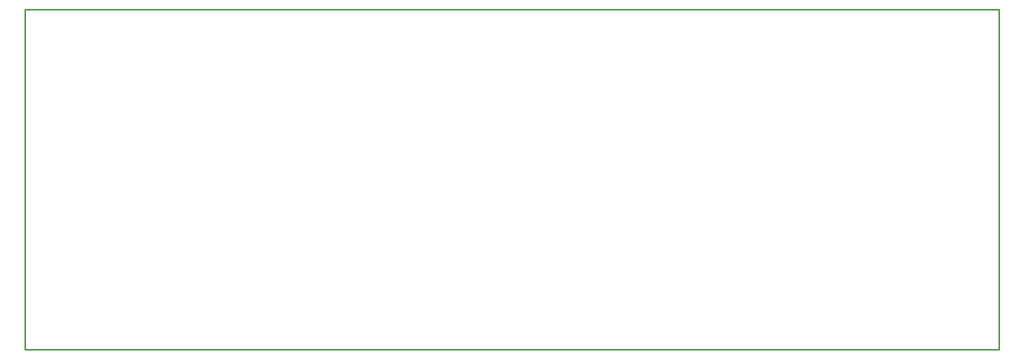
<source format=gbr>
%TF.GenerationSoftware,Altium Limited,Altium Designer,22.2.1 (43)*%
G04 Layer_Color=65535*
%FSLAX45Y45*%
%MOMM*%
%TF.SameCoordinates,02F1B47A-F79C-4BE6-BEC0-26DF2024C161*%
%TF.FilePolarity,Positive*%
%TF.FileFunction,Other,Board*%
%TF.Part,Single*%
G01*
G75*
%TA.AperFunction,NonConductor*%
%ADD11C,0.25400*%
D11*
X1300000Y14270000D02*
X1300000Y8500000D01*
X1300000Y14270000D02*
X17800000Y14270000D01*
X17800000Y8500000D01*
X1300000D02*
X17800000D01*
%TF.MD5,6a678579f78d5cdc88abd134935d7534*%
M02*

</source>
